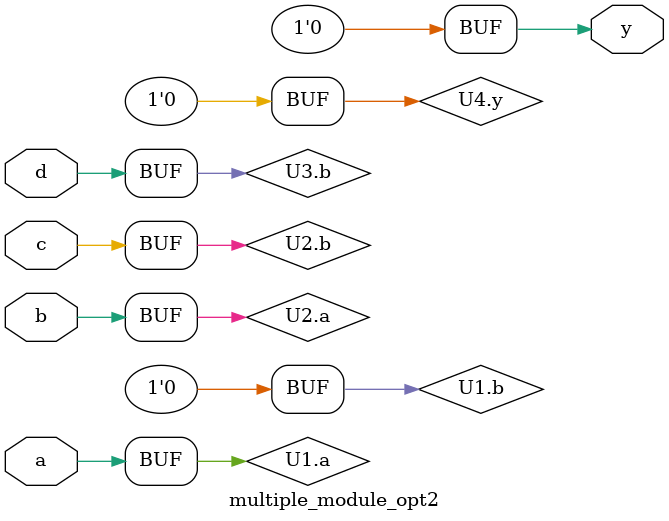
<source format=v>
/* Generated by Yosys 0.57+148 (git sha1 259bd6fb3, g++ 13.3.0-6ubuntu2~24.04 -fPIC -O3) */

(* top =  1  *)
(* src = "/home/ank/Desktop/SoC_Shwetank/verilog_files/multiple_module_opt2.v:8.1-17.10" *)
module multiple_module_opt2(a, b, c, d, y);
  (* src = "/home/ank/Desktop/SoC_Shwetank/verilog_files/multiple_module_opt2.v:8.35-8.36" *)
  input a;
  wire a;
  (* src = "/home/ank/Desktop/SoC_Shwetank/verilog_files/multiple_module_opt2.v:8.45-8.46" *)
  input b;
  wire b;
  (* src = "/home/ank/Desktop/SoC_Shwetank/verilog_files/multiple_module_opt2.v:8.55-8.56" *)
  input c;
  wire c;
  (* src = "/home/ank/Desktop/SoC_Shwetank/verilog_files/multiple_module_opt2.v:8.65-8.66" *)
  input d;
  wire d;
  (* src = "/home/ank/Desktop/SoC_Shwetank/verilog_files/multiple_module_opt2.v:8.76-8.77" *)
  output y;
  wire y;
  (* src = "/home/ank/Desktop/SoC_Shwetank/verilog_files/multiple_module_opt2.v:2.46-2.47" *)
  wire _0_;
  (* src = "/home/ank/Desktop/SoC_Shwetank/verilog_files/multiple_module_opt2.v:8.35-8.36" *)
  wire _1_;
  (* src = "/home/ank/Desktop/SoC_Shwetank/verilog_files/multiple_module_opt2.v:8.45-8.46" *)
  wire _2_;
  (* src = "/home/ank/Desktop/SoC_Shwetank/verilog_files/multiple_module_opt2.v:8.55-8.56" *)
  wire _3_;
  (* src = "/home/ank/Desktop/SoC_Shwetank/verilog_files/multiple_module_opt2.v:8.65-8.66" *)
  wire _4_;
  (* hdlname = "U1 a" *)
  (* src = "/home/ank/Desktop/SoC_Shwetank/verilog_files/multiple_module_opt2.v:2.25-2.26" *)
  wire \U1.a ;
  (* hdlname = "U1 b" *)
  (* src = "/home/ank/Desktop/SoC_Shwetank/verilog_files/multiple_module_opt2.v:2.35-2.36" *)
  wire \U1.b ;
  (* hdlname = "U1 y" *)
  (* src = "/home/ank/Desktop/SoC_Shwetank/verilog_files/multiple_module_opt2.v:2.46-2.47" *)
  wire \U1.y ;
  (* hdlname = "U2 a" *)
  (* src = "/home/ank/Desktop/SoC_Shwetank/verilog_files/multiple_module_opt2.v:2.25-2.26" *)
  wire \U2.a ;
  (* hdlname = "U2 b" *)
  (* src = "/home/ank/Desktop/SoC_Shwetank/verilog_files/multiple_module_opt2.v:2.35-2.36" *)
  wire \U2.b ;
  (* hdlname = "U2 y" *)
  (* src = "/home/ank/Desktop/SoC_Shwetank/verilog_files/multiple_module_opt2.v:2.46-2.47" *)
  wire \U2.y ;
  (* hdlname = "U3 a" *)
  (* src = "/home/ank/Desktop/SoC_Shwetank/verilog_files/multiple_module_opt2.v:2.25-2.26" *)
  wire \U3.a ;
  (* hdlname = "U3 b" *)
  (* src = "/home/ank/Desktop/SoC_Shwetank/verilog_files/multiple_module_opt2.v:2.35-2.36" *)
  wire \U3.b ;
  (* hdlname = "U3 y" *)
  (* src = "/home/ank/Desktop/SoC_Shwetank/verilog_files/multiple_module_opt2.v:2.46-2.47" *)
  wire \U3.y ;
  (* hdlname = "U4 a" *)
  (* src = "/home/ank/Desktop/SoC_Shwetank/verilog_files/multiple_module_opt2.v:2.25-2.26" *)
  wire \U4.a ;
  (* hdlname = "U4 b" *)
  (* src = "/home/ank/Desktop/SoC_Shwetank/verilog_files/multiple_module_opt2.v:2.35-2.36" *)
  wire \U4.b ;
  (* hdlname = "U4 y" *)
  (* src = "/home/ank/Desktop/SoC_Shwetank/verilog_files/multiple_module_opt2.v:2.46-2.47" *)
  wire \U4.y ;
  (* src = "/home/ank/Desktop/SoC_Shwetank/verilog_files/multiple_module_opt2.v:9.6-9.8" *)
  wire n1;
  (* src = "/home/ank/Desktop/SoC_Shwetank/verilog_files/multiple_module_opt2.v:9.9-9.11" *)
  wire n2;
  (* src = "/home/ank/Desktop/SoC_Shwetank/verilog_files/multiple_module_opt2.v:9.12-9.14" *)
  wire n3;
  assign \U4.a  = n3;
  assign \U4.b  = n1;
  assign y = \U4.y ;
  assign \U3.a  = n2;
  assign \U3.b  = d;
  assign n3 = \U3.y ;
  assign \U2.a  = b;
  assign \U2.b  = c;
  assign n2 = \U2.y ;
  assign \U1.a  = a;
  assign \U1.b  = 1'h0;
  assign n1 = \U1.y ;
  assign _0_ = 1'h0;
  assign _1_ = a;
  assign _3_ = c;
  assign _2_ = b;
  assign _4_ = d;
  assign \U4.y  = _0_;
endmodule

</source>
